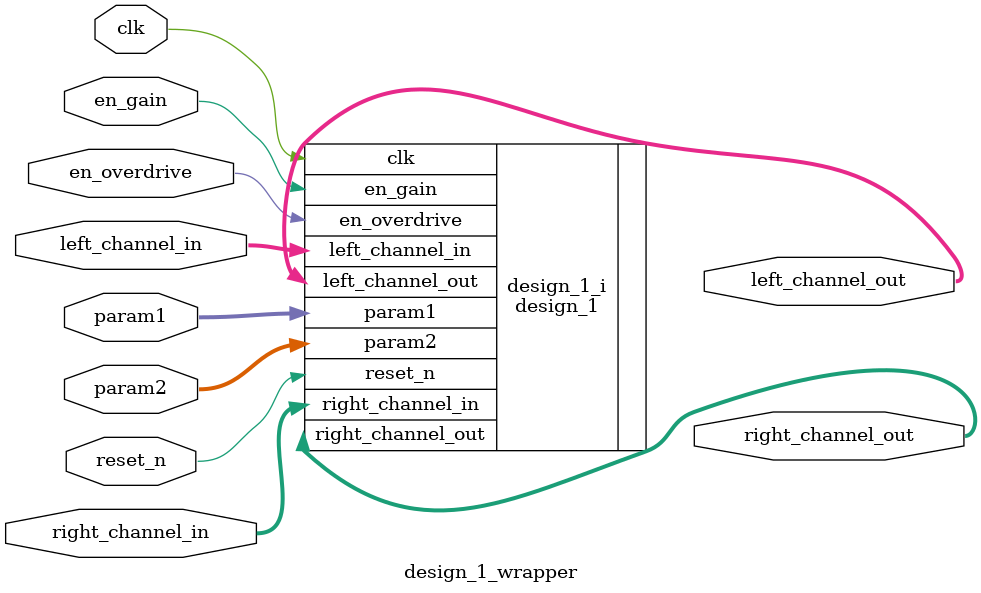
<source format=v>
`timescale 1 ps / 1 ps

module design_1_wrapper
   (clk,
    en_gain,
    en_overdrive,
    left_channel_in,
    left_channel_out,
    param1,
    param2,
    reset_n,
    right_channel_in,
    right_channel_out);
  input clk;
  input en_gain;
  input en_overdrive;
  input [31:0]left_channel_in;
  output [31:0]left_channel_out;
  input [31:0]param1;
  input [31:0]param2;
  input reset_n;
  input [31:0]right_channel_in;
  output [31:0]right_channel_out;

  wire clk;
  wire en_gain;
  wire en_overdrive;
  wire [31:0]left_channel_in;
  wire [31:0]left_channel_out;
  wire [31:0]param1;
  wire [31:0]param2;
  wire reset_n;
  wire [31:0]right_channel_in;
  wire [31:0]right_channel_out;

  design_1 design_1_i
       (.clk(clk),
        .en_gain(en_gain),
        .en_overdrive(en_overdrive),
        .left_channel_in(left_channel_in),
        .left_channel_out(left_channel_out),
        .param1(param1),
        .param2(param2),
        .reset_n(reset_n),
        .right_channel_in(right_channel_in),
        .right_channel_out(right_channel_out));
endmodule

</source>
